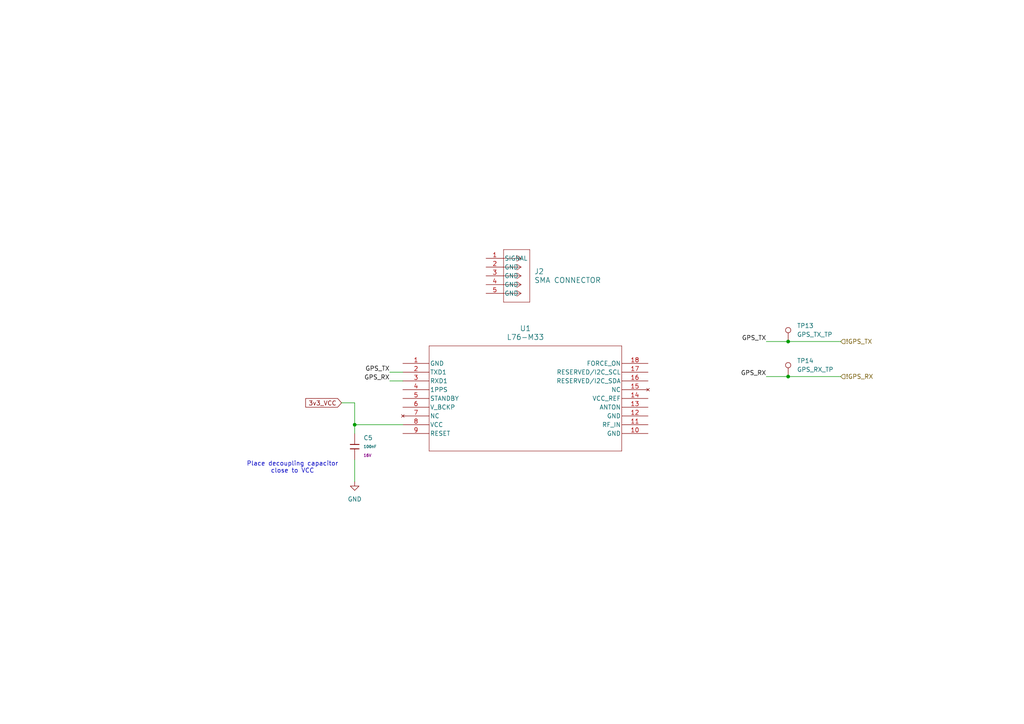
<source format=kicad_sch>
(kicad_sch (version 20250114) (generator "eeschema") (generator_version "9.0")
  (paper "A4")
  (title_block (title "Mileage Logger") (rev "DEV_001") (company "Jake Odgers"))
  (lib_symbols
    (symbol "2025-10-24_05-52-57:SMA_CONNECTOR" (pin_names (offset 0.254))
      (property "Reference" "J" (at 8.89 6.35 0))
      (property "Value" "SMA CONNECTOR" (at 0 0 0))
      (symbol "SMA_CONNECTOR_1_1"
        (polyline (pts (xy 5.08 2.54) (xy 5.08 -12.7)) (stroke (width 0.127)))
        (polyline (pts (xy 5.08 -12.7) (xy 12.7 -12.7)) (stroke (width 0.127)))
        (polyline (pts (xy 10.16 0) (xy 5.08 0)) (stroke (width 0.127)))
        (polyline (pts (xy 10.16 0) (xy 8.89 0.8467)) (stroke (width 0.127)))
        (polyline (pts (xy 10.16 0) (xy 8.89 -0.8467)) (stroke (width 0.127)))
        (polyline (pts (xy 10.16 -2.54) (xy 5.08 -2.54)) (stroke (width 0.127)))
        (polyline (pts (xy 10.16 -2.54) (xy 8.89 -1.6933)) (stroke (width 0.127)))
        (polyline (pts (xy 10.16 -2.54) (xy 8.89 -3.3867)) (stroke (width 0.127)))
        (polyline (pts (xy 10.16 -5.08) (xy 5.08 -5.08)) (stroke (width 0.127)))
        (polyline (pts (xy 10.16 -5.08) (xy 8.89 -4.2333)) (stroke (width 0.127)))
        (polyline (pts (xy 10.16 -5.08) (xy 8.89 -5.9267)) (stroke (width 0.127)))
        (polyline (pts (xy 10.16 -7.62) (xy 5.08 -7.62)) (stroke (width 0.127)))
        (polyline (pts (xy 10.16 -7.62) (xy 8.89 -6.7733)) (stroke (width 0.127)))
        (polyline (pts (xy 10.16 -7.62) (xy 8.89 -8.4667)) (stroke (width 0.127)))
        (polyline (pts (xy 10.16 -10.16) (xy 5.08 -10.16)) (stroke (width 0.127)))
        (polyline (pts (xy 10.16 -10.16) (xy 8.89 -9.3133)) (stroke (width 0.127)))
        (polyline (pts (xy 10.16 -10.16) (xy 8.89 -11.0067)) (stroke (width 0.127)))
        (polyline (pts (xy 12.7 2.54) (xy 5.08 2.54)) (stroke (width 0.127)))
        (polyline (pts (xy 12.7 -12.7) (xy 12.7 2.54)) (stroke (width 0.127)))
        (pin unspecified line (at 0 0 0) (length 5.08) (name "SIGNAL") (number "1"))
        (pin unspecified line (at 0 -2.54 0) (length 5.08) (name "GND") (number "2"))
        (pin unspecified line (at 0 -5.08 0) (length 5.08) (name "GND") (number "3"))
        (pin unspecified line (at 0 -7.62 0) (length 5.08) (name "GND") (number "4"))
        (pin unspecified line (at 0 -10.16 0) (length 5.08) (name "GND") (number "5"))
      )
      (symbol "SMA_CONNECTOR_1_2"
        (polyline (pts (xy 5.08 2.54) (xy 5.08 -12.7)) (stroke (width 0.127)))
        (polyline (pts (xy 5.08 -12.7) (xy 12.7 -12.7)) (stroke (width 0.127)))
        (polyline (pts (xy 7.62 0) (xy 5.08 0)) (stroke (width 0.127)))
        (polyline (pts (xy 7.62 0) (xy 8.89 0.8467)) (stroke (width 0.127)))
        (polyline (pts (xy 7.62 0) (xy 8.89 -0.8467)) (stroke (width 0.127)))
        (polyline (pts (xy 7.62 -2.54) (xy 5.08 -2.54)) (stroke (width 0.127)))
        (polyline (pts (xy 7.62 -2.54) (xy 8.89 -1.6933)) (stroke (width 0.127)))
        (polyline (pts (xy 7.62 -2.54) (xy 8.89 -3.3867)) (stroke (width 0.127)))
        (polyline (pts (xy 7.62 -5.08) (xy 5.08 -5.08)) (stroke (width 0.127)))
        (polyline (pts (xy 7.62 -5.08) (xy 8.89 -4.2333)) (stroke (width 0.127)))
        (polyline (pts (xy 7.62 -5.08) (xy 8.89 -5.9267)) (stroke (width 0.127)))
        (polyline (pts (xy 7.62 -7.62) (xy 5.08 -7.62)) (stroke (width 0.127)))
        (polyline (pts (xy 7.62 -7.62) (xy 8.89 -6.7733)) (stroke (width 0.127)))
        (polyline (pts (xy 7.62 -7.62) (xy 8.89 -8.4667)) (stroke (width 0.127)))
        (polyline (pts (xy 7.62 -10.16) (xy 5.08 -10.16)) (stroke (width 0.127)))
        (polyline (pts (xy 7.62 -10.16) (xy 8.89 -9.3133)) (stroke (width 0.127)))
        (polyline (pts (xy 7.62 -10.16) (xy 8.89 -11.0067)) (stroke (width 0.127)))
        (polyline (pts (xy 12.7 2.54) (xy 5.08 2.54)) (stroke (width 0.127)))
        (polyline (pts (xy 12.7 -12.7) (xy 12.7 2.54)) (stroke (width 0.127)))
        (pin unspecified line (at 0 0 0) (length 5.08) (name "SIGNAL") (number "1"))
        (pin unspecified line (at 0 -2.54 0) (length 5.08) (name "GND") (number "2"))
        (pin unspecified line (at 0 -5.08 0) (length 5.08) (name "GND") (number "3"))
        (pin unspecified line (at 0 -7.62 0) (length 5.08) (name "GND") (number "4"))
        (pin unspecified line (at 0 -10.16 0) (length 5.08) (name "GND") (number "5"))
      )
    )
    (symbol "Connector:TestPoint" (pin_numbers (hide yes)) (pin_names (offset 0.762) (hide yes))
      (property "Reference" "TP" (at 0 6.858 0))
      (property "Value" "TestPoint" (at 0 5.08 0))
      (symbol "TestPoint_0_1"
        (circle (center 0 3.302) (radius 0.762))
      )
      (symbol "TestPoint_1_1"
        (pin passive line (at 0 0 90) (length 2.54) (name "1") (number "1"))
      )
    )
    (symbol "L76L-M33 GNSS:L76-M33" (pin_names (offset 0.254))
      (property "Reference" "U" (at 35.56 10.16 0))
      (property "Value" "L76-M33" (at 35.56 7.62 0))
      (symbol "L76-M33_0_1"
        (polyline (pts (xy 7.62 5.08) (xy 7.62 -25.4)) (stroke (width 0.127)))
        (polyline (pts (xy 7.62 -25.4) (xy 63.5 -25.4)) (stroke (width 0.127)))
        (polyline (pts (xy 63.5 5.08) (xy 7.62 5.08)) (stroke (width 0.127)))
        (polyline (pts (xy 63.5 -25.4) (xy 63.5 5.08)) (stroke (width 0.127)))
        (pin power_out line (at 0 0 0) (length 7.62) (name "GND") (number "1"))
        (pin output line (at 0 -2.54 0) (length 7.62) (name "TXD1") (number "2"))
        (pin input line (at 0 -5.08 0) (length 7.62) (name "RXD1") (number "3"))
        (pin output line (at 0 -7.62 0) (length 7.62) (name "1PPS") (number "4"))
        (pin input line (at 0 -10.16 0) (length 7.62) (name "STANDBY") (number "5"))
        (pin power_in line (at 0 -12.7 0) (length 7.62) (name "V_BCKP") (number "6"))
        (pin no_connect line (at 0 -15.24 0) (length 7.62) (name "NC") (number "7"))
        (pin power_in line (at 0 -17.78 0) (length 7.62) (name "VCC") (number "8"))
        (pin input line (at 0 -20.32 0) (length 7.62) (name "RESET") (number "9"))
        (pin input line (at 71.12 0 180) (length 7.62) (name "FORCE_ON") (number "18"))
        (pin bidirectional line (at 71.12 -2.54 180) (length 7.62) (name "RESERVED/I2C_SCL") (number "17"))
        (pin bidirectional line (at 71.12 -5.08 180) (length 7.62) (name "RESERVED/I2C_SDA") (number "16"))
        (pin no_connect line (at 71.12 -7.62 180) (length 7.62) (name "NC") (number "15"))
        (pin power_in line (at 71.12 -10.16 180) (length 7.62) (name "VCC_REF") (number "14"))
        (pin output line (at 71.12 -12.7 180) (length 7.62) (name "ANTON") (number "13"))
        (pin power_out line (at 71.12 -15.24 180) (length 7.62) (name "GND") (number "12"))
        (pin input line (at 71.12 -17.78 180) (length 7.62) (name "RF_IN") (number "11"))
        (pin power_out line (at 71.12 -20.32 180) (length 7.62) (name "GND") (number "10"))
      )
    )
    (symbol "PCM_JLCPCB-Capacitors:0402,100nF" (pin_numbers (hide yes)) (pin_names (offset 0))
      (property "Reference" "C" (at 2.032 1.668 0))
      (property "Value" "100nF" (at 2.032 -0.3782 0))
      (property "Voltage Rated" "16V" (at 2.032 -2.0462 0))
      (symbol "0402,100nF_0_1"
        (polyline (pts (xy -1.27 0.635) (xy 1.27 0.635)) (stroke (width 0.254)))
        (polyline (pts (xy -1.27 -0.635) (xy 1.27 -0.635)) (stroke (width 0.254)))
      )
      (symbol "0402,100nF_1_1"
        (pin passive line (at 0 3.81 270) (length 3.175) (name "~") (number "1"))
        (pin passive line (at 0 -3.81 90) (length 3.175) (name "~") (number "2"))
      )
    )
    (symbol "power:GND" (power) (pin_numbers (hide yes)) (pin_names (offset 0) (hide yes))
      (property "Value" "GND" (at 0 -3.81 0))
      (symbol "GND_0_1"
        (polyline (pts (xy 0 0) (xy 0 -1.27) (xy 1.27 -1.27) (xy 0 -2.54) (xy -1.27 -1.27) (xy 0 -1.27)))
      )
      (symbol "GND_1_1"
        (pin power_in line (at 0 0 270) (length 0) (name "~") (number "1"))
      )
    )
  )
  (text "Place decoupling capacitor\nclose to VCC\n" (at 84.836 135.636 0) (effects (font (size 1.27 1.27))))
  (junction (at 228.6 99.06))
  (junction (at 228.6 109.22))
  (junction (at 102.87 123.19))
  (wire (pts (xy 228.6 99.06) (xy 243.84 99.06)))
  (wire (pts (xy 113.03 110.49) (xy 116.84 110.49)))
  (wire (pts (xy 113.03 107.95) (xy 116.84 107.95)))
  (wire (pts (xy 222.25 109.22) (xy 228.6 109.22)))
  (wire (pts (xy 102.87 133.35) (xy 102.87 139.7)))
  (wire (pts (xy 228.6 109.22) (xy 243.84 109.22)))
  (wire (pts (xy 102.87 116.84) (xy 99.06 116.84)))
  (wire (pts (xy 102.87 123.19) (xy 116.84 123.19)))
  (wire (pts (xy 102.87 123.19) (xy 102.87 116.84)))
  (wire (pts (xy 102.87 125.73) (xy 102.87 123.19)))
  (wire (pts (xy 222.25 99.06) (xy 228.6 99.06)))
  (label "GPS_TX" (at 222.25 99.06 180))
  (label "GPS_TX" (at 113.03 107.95 180))
  (label "GPS_RX" (at 113.03 110.49 180))
  (label "GPS_RX" (at 222.25 109.22 180))
  (global_label "3v3_VCC" (shape input) (at 99.06 116.84 180) (property "Intersheetrefs" "${INTERSHEET_REFS}" (effects (hide yes))))
  (hierarchical_label "!GPS_RX" (shape input) (at 243.84 109.22 0))
  (hierarchical_label "!GPS_TX" (shape input) (at 243.84 99.06 0))
  (symbol (lib_id "PCM_JLCPCB-Capacitors:0402,100nF") (at 102.87 129.54 0) (unit 1)
    (property "Reference" "C5" (at 105.41 126.9999 0) (effects (justify left)))
    (property "Value" "100nF" (at 105.41 129.54 0) (effects (font (size 0.8 0.8)) (justify left)))
    (property "Footprint" "PCM_JLCPCB:C_0402" (effects (hide yes)))
    (property "Datasheet" "https://www.lcsc.com/datasheet/lcsc_datasheet_2304140030_Samsung-Electro-Mechanics-CL05B104KO5NNNC_C1525.pdf" (effects (hide yes)))
    (property "Description" "16V 100nF X7R ±10% 0402 Multilayer Ceramic Capacitors MLCC - SMD/SMT ROHS" (effects (hide yes)))
    (property "LCSC" "C1525" (effects (hide yes)))
    (property "Stock" "20208285" (effects (hide yes)))
    (property "Price" "0.004USD" (effects (hide yes)))
    (property "Process" "SMT" (effects (hide yes)))
    (property "Minimum Qty" "20" (effects (hide yes)))
    (property "Attrition Qty" "10" (effects (hide yes)))
    (property "Class" "Basic Component" (effects (hide yes)))
    (property "Category" "Capacitors,Multilayer Ceramic Capacitors MLCC - SMD/SMT" (effects (hide yes)))
    (property "Manufacturer" "Samsung Electro-Mechanics" (effects (hide yes)))
    (property "Part" "CL05B104KO5NNNC" (effects (hide yes)))
    (property "Voltage Rated" "16V" (at 105.41 132.08 0) (effects (font (size 0.8 0.8)) (justify left)))
    (property "Tolerance" "±10%" (effects (hide yes)))
    (property "Capacitance" "100nF" (effects (hide yes)))
    (property "Temperature Coefficient" "X7R" (effects (hide yes)))
  )
  (symbol (lib_id "L76L-M33 GNSS:L76-M33") (at 116.84 105.41 0) (unit 1)
    (property "Reference" "U1" (at 152.4 95.25 0) (effects (font (size 1.524 1.524))))
    (property "Value" "L76-M33" (at 152.4 97.79 0) (effects (font (size 1.524 1.524))))
    (property "Footprint" "L76_QWS" (effects (hide yes)))
    (property "Datasheet" "L76-M33" (effects (hide yes)))
  )
  (symbol (lib_id "2025-10-24_05-52-57:SMA_CONNECTOR") (at 140.97 74.93 0) (unit 1)
    (property "Reference" "J2" (at 154.94 78.7399 0) (effects (font (size 1.524 1.524)) (justify left)))
    (property "Value" "SMA CONNECTOR" (at 154.94 81.2799 0) (effects (font (size 1.524 1.524)) (justify left)))
    (property "Footprint" "CONN_SMA CONNECTOR_LPR" (effects (hide yes)))
    (property "Datasheet" "SMA CONNECTOR" (effects (hide yes)))
  )
  (symbol (lib_id "Connector:TestPoint") (at 228.6 109.22 0) (unit 1)
    (property "Reference" "TP14" (at 231.14 104.6479 0) (effects (justify left)))
    (property "Value" "GPS_RX_TP" (at 231.14 107.1879 0) (effects (justify left)))
    (property "Description" "test point" (effects (hide yes)))
  )
  (symbol (lib_id "Connector:TestPoint") (at 228.6 99.06 0) (unit 1)
    (property "Reference" "TP13" (at 231.14 94.4879 0) (effects (justify left)))
    (property "Value" "GPS_TX_TP" (at 231.14 97.0279 0) (effects (justify left)))
    (property "Description" "test point" (effects (hide yes)))
  )
  (symbol (lib_id "power:GND") (at 102.87 139.7 0) (unit 1)
    (property "Reference" "#PWR013" (effects (hide yes)))
    (property "Value" "GND" (at 102.87 144.78 0))
    (property "Description" "Power symbol creates a global label with name \"GND\" , ground" (effects (hide yes)))
  )
)
</source>
